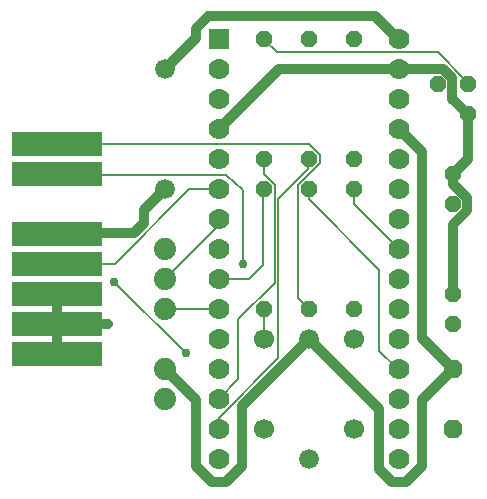
<source format=gbr>
G04 EAGLE Gerber RS-274X export*
G75*
%MOMM*%
%FSLAX34Y34*%
%LPD*%
%INTop Copper*%
%IPPOS*%
%AMOC8*
5,1,8,0,0,1.08239X$1,22.5*%
G01*
%ADD10C,1.676400*%
%ADD11P,1.429621X8X292.500000*%
%ADD12R,1.778000X1.778000*%
%ADD13C,1.778000*%
%ADD14P,1.429621X8X112.500000*%
%ADD15R,7.620000X2.032000*%
%ADD16C,1.879600*%
%ADD17P,1.732040X8X292.500000*%
%ADD18C,1.700000*%
%ADD19C,0.152400*%
%ADD20C,0.756400*%
%ADD21C,0.812800*%


D10*
X614680Y266700D03*
X614680Y368300D03*
D11*
X774700Y266700D03*
X774700Y165100D03*
X736600Y266700D03*
X736600Y165100D03*
D12*
X660400Y393700D03*
D13*
X660400Y368300D03*
X660400Y342900D03*
X660400Y317500D03*
X660400Y292100D03*
X660400Y266700D03*
X660400Y241300D03*
X660400Y215900D03*
X660400Y190500D03*
X660400Y165100D03*
X660400Y139700D03*
X660400Y114300D03*
X660400Y88900D03*
X660400Y63500D03*
X660400Y38100D03*
X812800Y393700D03*
X812800Y368300D03*
X812800Y342900D03*
X812800Y317500D03*
X812800Y292100D03*
X812800Y266700D03*
X812800Y241300D03*
X812800Y215900D03*
X812800Y190500D03*
X812800Y165100D03*
X812800Y139700D03*
X812800Y114300D03*
X812800Y88900D03*
X812800Y63500D03*
X812800Y38100D03*
D14*
X858520Y254000D03*
X858520Y279400D03*
X774700Y292100D03*
X774700Y393700D03*
D15*
X523240Y203200D03*
X523240Y228600D03*
X523240Y177800D03*
X523240Y152400D03*
X523240Y279400D03*
X523240Y127000D03*
X523240Y304800D03*
D14*
X858520Y152400D03*
X858520Y177800D03*
X736600Y292100D03*
X736600Y393700D03*
D11*
X698500Y266700D03*
X698500Y165100D03*
D16*
X614680Y165100D03*
X614680Y190500D03*
X614680Y215900D03*
X614680Y88900D03*
X614680Y114300D03*
D17*
X858520Y114300D03*
X858520Y63500D03*
D10*
X736600Y38100D03*
X736600Y139700D03*
D14*
X871220Y330200D03*
X871220Y355600D03*
X845820Y355600D03*
X698500Y292100D03*
X698500Y393700D03*
D18*
X698500Y63500D03*
X698500Y139700D03*
X774700Y63500D03*
X774700Y139700D03*
D19*
X697992Y202438D02*
X697992Y266700D01*
X697992Y202438D02*
X686054Y190500D01*
X697992Y266700D02*
X698500Y266700D01*
X686054Y190500D02*
X660400Y190500D01*
X774954Y253746D02*
X774954Y266700D01*
X774954Y253746D02*
X812800Y215900D01*
X774954Y266700D02*
X774700Y266700D01*
X736854Y266700D02*
X736854Y258318D01*
X796544Y198628D01*
X796544Y130048D01*
X812292Y114300D01*
X736854Y266700D02*
X736600Y266700D01*
X812292Y114300D02*
X812800Y114300D01*
X659892Y235458D02*
X659892Y240792D01*
X659892Y235458D02*
X614934Y190500D01*
X659892Y240792D02*
X660400Y241300D01*
X614934Y190500D02*
X614680Y190500D01*
X572008Y188468D02*
X632460Y128016D01*
D20*
X632460Y128016D03*
X572008Y188468D03*
D21*
X660400Y317500D02*
X711200Y368300D01*
X858012Y343408D02*
X871220Y330200D01*
X858012Y343408D02*
X858012Y360650D01*
X850362Y368300D02*
X812800Y368300D01*
X850362Y368300D02*
X858012Y360650D01*
X871220Y330200D02*
X871220Y292100D01*
X858520Y279400D01*
X870712Y259050D02*
X870712Y248950D01*
X858520Y271242D02*
X858520Y279400D01*
X858520Y236758D02*
X858520Y177800D01*
X870712Y259050D02*
X858520Y271242D01*
X870712Y248950D02*
X858520Y236758D01*
D20*
X566928Y152400D03*
D21*
X714756Y368046D02*
X809244Y368046D01*
X812800Y368300D01*
X714756Y368046D02*
X711200Y368300D01*
X523494Y152400D02*
X523494Y127254D01*
X523494Y152400D02*
X523240Y152400D01*
X523494Y156210D02*
X523494Y177546D01*
X523494Y156210D02*
X523240Y152400D01*
X523494Y177546D02*
X523240Y177800D01*
X523240Y152400D02*
X566928Y152400D01*
X523494Y127254D02*
X523240Y127000D01*
D19*
X727710Y174625D02*
X727710Y270510D01*
X745998Y288798D01*
X745998Y295656D01*
X736854Y304800D01*
X523240Y304800D01*
X727710Y174625D02*
X727498Y174202D01*
X736600Y165100D01*
X666553Y278892D02*
X523494Y278892D01*
X523240Y279400D01*
D20*
X680720Y203454D03*
D19*
X680720Y266249D02*
X666553Y278892D01*
X680720Y266249D02*
X680720Y203454D01*
X660400Y266700D02*
X635508Y266700D01*
X572262Y203454D01*
X523494Y203454D01*
X523240Y203200D01*
X698754Y164592D02*
X698754Y140208D01*
X698754Y164592D02*
X698500Y165100D01*
X698754Y140208D02*
X698500Y139700D01*
D21*
X640842Y402365D02*
X651735Y413258D01*
X640842Y402365D02*
X640842Y394462D01*
X812262Y393700D02*
X812800Y393700D01*
X640842Y394462D02*
X614680Y368300D01*
X651735Y413258D02*
X792704Y413258D01*
X812262Y393700D01*
X597233Y237869D02*
X588901Y229537D01*
X597233Y237869D02*
X597233Y249253D01*
X614680Y266700D01*
X524177Y229537D02*
X523240Y228600D01*
X524177Y229537D02*
X588901Y229537D01*
D19*
X614934Y165354D02*
X659892Y165354D01*
X660400Y165100D01*
X614934Y165354D02*
X614680Y165100D01*
X736092Y283464D02*
X736092Y291846D01*
X736092Y283464D02*
X710946Y258318D01*
X710946Y123444D01*
X660654Y73152D01*
X660654Y64008D01*
X736092Y291846D02*
X736600Y292100D01*
X660654Y64008D02*
X660400Y63500D01*
X870966Y355854D02*
X870966Y357378D01*
X845820Y382524D01*
X709422Y382524D01*
X698754Y393192D01*
X870966Y355854D02*
X871220Y355600D01*
X698754Y393192D02*
X698500Y393700D01*
X698754Y291846D02*
X698754Y279654D01*
X707898Y270510D01*
X707898Y187452D01*
X677164Y156718D01*
X677164Y105664D01*
X660400Y88900D01*
X698754Y291846D02*
X698500Y292100D01*
D21*
X640842Y32103D02*
X654403Y18542D01*
X666397Y18542D01*
X679958Y32103D01*
X640842Y88138D02*
X614680Y114300D01*
X640842Y88138D02*
X640842Y32103D01*
X679958Y32103D02*
X679958Y83058D01*
X736600Y139700D01*
X795782Y29563D02*
X806803Y18542D01*
X818797Y18542D01*
X832358Y32103D01*
X795782Y29563D02*
X795782Y80518D01*
X832358Y88138D02*
X832358Y32103D01*
X832358Y88138D02*
X858520Y114300D01*
X795782Y80518D02*
X736600Y139700D01*
X832358Y140462D02*
X858520Y114300D01*
X832358Y140462D02*
X832358Y298097D01*
X812955Y317500D01*
X812800Y317500D01*
M02*

</source>
